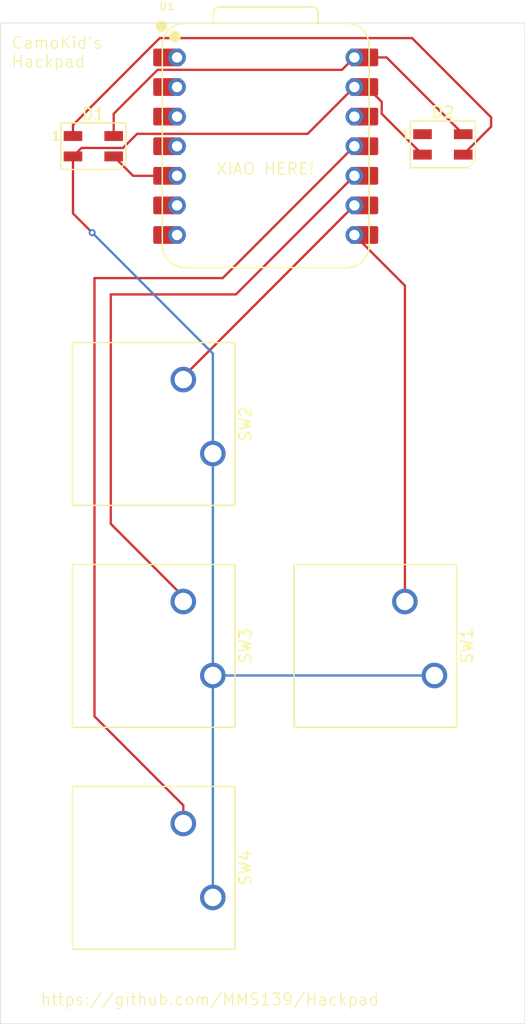
<source format=kicad_pcb>
(kicad_pcb (version 20241229) (generator "pcbnew") (generator_version "9.0")
  (layers (0 "F.Cu" signal) (2 "B.Cu" signal) (13 "F.Paste" user) (15 "B.Paste" user) (5 "F.SilkS" user "F.Silkscreen") (7 "B.SilkS" user "B.Silkscreen") (1 "F.Mask" user) (3 "B.Mask" user) (25 "Edge.Cuts" user))
  (net 0 "")
  (net 1 "GND")
  (net 2 "Net-(D1-DIN)")
  (net 3 "+5V")
  (net 4 "Net-(D1-DOUT)")
  (net 6 "Net-(U1-GPIO1{slash}RX)")
  (net 7 "Net-(U1-GPIO2{slash}SCK)")
  (net 8 "Net-(U1-GPIO4{slash}MISO)")
  (net 9 "Net-(U1-GPIO3{slash}MOSI)")
  (footprint "Button_Switch_Keyboard:SW_Cherry_MX_1.00u_PCB" (layer "F.Cu") (at 145.57375 114.45875 -90)
    (property "Reference" "SW2" (at -2.54 -2.794 90) (layer "F.SilkS"))
    (property "Value" "SW_Push")
    (fp_line (start -9.525 12.065) (end -9.525 -1.905) (stroke (width 0.12)) (layer "F.SilkS"))
    (fp_line (start 4.445 12.065) (end -9.525 12.065) (stroke (width 0.12)) (layer "F.SilkS"))
    (fp_line (start -9.525 -1.905) (end 4.445 -1.905) (stroke (width 0.12)) (layer "F.SilkS"))
    (fp_line (start 4.445 -1.905) (end 4.445 12.065) (stroke (width 0.12)) (layer "F.SilkS"))
    (pad "" np_thru_hole circle (at -7.62 5.08 270) (size 1.7 1.7) (drill 1.7) (layers "*.Cu" "*.Mask"))
    (pad "" np_thru_hole circle (at -2.54 5.08 270) (size 4 4) (drill 4) (layers "*.Cu" "*.Mask"))
    (pad "" np_thru_hole circle (at 2.54 5.08 270) (size 1.7 1.7) (drill 1.7) (layers "*.Cu" "*.Mask"))
    (pad "1" thru_hole circle (at 0 0 270) (size 2.2 2.2) (drill 1.5) (layers "*.Cu" "*.Mask") (net 1 "GND"))
    (pad "2" thru_hole circle (at -6.35 2.54 270) (size 2.2 2.2) (drill 1.5) (layers "*.Cu" "*.Mask") (net 7 "Net-(U1-GPIO2{slash}SCK)"))
  )
  (footprint "LED_SMD:LED_SK6812MINI_PLCC4_3.5x3.5mm_P1.75mm" (layer "F.Cu") (at 135.3 88.08)
    (property "Reference" "D1" (at 0 -2.75 0) (layer "F.SilkS"))
    (property "Value" "SK6812MINI")
    (fp_line (start -2.8 -2) (end -2.8 2) (stroke (width 0.12)) (layer "F.SilkS"))
    (fp_line (start -2.8 -2) (end 2.8 -2) (stroke (width 0.12)) (layer "F.SilkS"))
    (fp_line (start -2.8 2) (end 2.2 2) (stroke (width 0.12)) (layer "F.SilkS"))
    (fp_line (start 2.8 1.4) (end 2.2 2) (stroke (width 0.12)) (layer "F.SilkS"))
    (fp_line (start 2.8 1.4) (end 2.8 -2) (stroke (width 0.12)) (layer "F.SilkS"))
    (fp_text user "1" (at -3.2 -0.875 0) (layer "F.SilkS") (effects (font (size 0.8 0.8))))
    (pad "1" smd rect (at -1.75 -0.875) (size 1.6 0.85) (layers "F.Cu" "F.Mask" "F.Paste") (net 4 "Net-(D1-DOUT)"))
    (pad "2" smd rect (at -1.75 0.875) (size 1.6 0.85) (layers "F.Cu" "F.Mask" "F.Paste") (net 1 "GND"))
    (pad "3" smd rect (at 1.75 0.875) (size 1.6 0.85) (layers "F.Cu" "F.Mask" "F.Paste") (net 2 "Net-(D1-DIN)"))
    (pad "4" smd rect (at 1.75 -0.875) (size 1.6 0.85) (layers "F.Cu" "F.Mask" "F.Paste") (net 3 "+5V"))
  )
  (footprint "OPL:XIAO-RP2040-DIP" (layer "F.Cu") (at 150.12 88.08)
    (property "Reference" "U1" (at -8.5 -12 0) (layer "F.SilkS") (effects (font (size 0.635 0.635) (thickness 0.1016))))
    (property "Value" "XIAO-RP2040-DIP")
    (fp_line (start -8.89 8.509) (end -8.89 -8.636) (stroke (width 0.127)) (layer "F.SilkS"))
    (fp_line (start -6.985 10.414) (end 6.985 10.414) (stroke (width 0.127)) (layer "F.SilkS"))
    (fp_line (start -4.495 -10.541) (end -4.491272 -11.451272) (stroke (width 0.127)) (layer "F.SilkS"))
    (fp_line (start -3.991272 -11.951) (end 4.004 -11.951) (stroke (width 0.127)) (layer "F.SilkS"))
    (fp_line (start 4.504 -11.451) (end 4.504 -10.541) (stroke (width 0.127)) (layer "F.SilkS"))
    (fp_line (start 6.985 -10.541) (end -6.985 -10.541) (stroke (width 0.1)) (layer "F.SilkS"))
    (fp_line (start 6.985 -10.541) (end -6.985 -10.541) (stroke (width 0.127)) (layer "F.SilkS"))
    (fp_line (start 8.89 8.509) (end 8.89 -8.636) (stroke (width 0.127)) (layer "F.SilkS"))
    (fp_arc (start -8.89 -8.636) (mid -8.332038 -9.983038) (end -6.985 -10.541) (stroke (width 0.127)) (layer "F.SilkS"))
    (fp_arc (start -6.985 10.414) (mid -8.332038 9.856038) (end -8.89 8.509) (stroke (width 0.127)) (layer "F.SilkS"))
    (fp_arc (start -4.491272 -11.451272) (mid -4.344728 -11.80464) (end -3.991272 -11.951) (stroke (width 0.127)) (layer "F.SilkS"))
    (fp_arc (start 4.004 -11.951) (mid 4.357553 -11.804553) (end 4.504 -11.451) (stroke (width 0.127)) (layer "F.SilkS"))
    (fp_arc (start 6.985 -10.541) (mid 8.332038 -9.983038) (end 8.89 -8.636) (stroke (width 0.127)) (layer "F.SilkS"))
    (fp_arc (start 8.89 8.509) (mid 8.332038 9.856038) (end 6.985 10.414) (stroke (width 0.127)) (layer "F.SilkS"))
    (fp_circle (center -8.95 -10.3) (end -8.95 -10.554) (stroke (width 0.5)) (fill yes) (layer "F.SilkS"))
    (fp_circle (center -7.807 -9.42) (end -7.807 -9.674) (stroke (width 0.5)) (fill yes) (layer "F.SilkS"))
    (pad "1" smd roundrect (at -8.455 -7.62 180) (size 2.432 1.524) (layers "F.Cu" "F.Mask") (roundrect_rratio 0.1))
    (pad "1" thru_hole circle (at -7.62 -7.62 180) (size 1.524 1.524) (drill 0.889) (layers "*.Cu" "*.Mask"))
    (pad "2" smd roundrect (at -8.455 -5.08 180) (size 2.432 1.524) (layers "F.Cu" "F.Mask") (roundrect_rratio 0.1))
    (pad "2" thru_hole circle (at -7.62 -5.08 180) (size 1.524 1.524) (drill 0.889) (layers "*.Cu" "*.Mask"))
    (pad "3" smd roundrect (at -8.455 -2.54 180) (size 2.432 1.524) (layers "F.Cu" "F.Mask") (roundrect_rratio 0.1))
    (pad "3" thru_hole circle (at -7.62 -2.54 180) (size 1.524 1.524) (drill 0.889) (layers "*.Cu" "*.Mask"))
    (pad "4" smd roundrect (at -8.455 0 180) (size 2.432 1.524) (layers "F.Cu" "F.Mask") (roundrect_rratio 0.1))
    (pad "4" thru_hole circle (at -7.62 0 180) (size 1.524 1.524) (drill 0.889) (layers "*.Cu" "*.Mask"))
    (pad "5" smd roundrect (at -8.455 2.54 180) (size 2.432 1.524) (layers "F.Cu" "F.Mask") (roundrect_rratio 0.1) (net 2 "Net-(D1-DIN)"))
    (pad "5" thru_hole circle (at -7.62 2.54 180) (size 1.524 1.524) (drill 0.889) (layers "*.Cu" "*.Mask") (net 2 "Net-(D1-DIN)"))
    (pad "6" smd roundrect (at -8.455 5.08 180) (size 2.432 1.524) (layers "F.Cu" "F.Mask") (roundrect_rratio 0.1))
    (pad "6" thru_hole circle (at -7.62 5.08 180) (size 1.524 1.524) (drill 0.889) (layers "*.Cu" "*.Mask"))
    (pad "7" smd roundrect (at -8.455 7.62 180) (size 2.432 1.524) (layers "F.Cu" "F.Mask") (roundrect_rratio 0.1))
    (pad "7" thru_hole circle (at -7.62 7.62 180) (size 1.524 1.524) (drill 0.889) (layers "*.Cu" "*.Mask"))
    (pad "8" thru_hole circle (at 7.62 7.62) (size 1.524 1.524) (drill 0.889) (layers "*.Cu" "*.Mask") (net 6 "Net-(U1-GPIO1{slash}RX)"))
    (pad "8" smd roundrect (at 8.455 7.62) (size 2.432 1.524) (layers "F.Cu" "F.Mask") (roundrect_rratio 0.1) (net 6 "Net-(U1-GPIO1{slash}RX)"))
    (pad "9" thru_hole circle (at 7.62 5.08) (size 1.524 1.524) (drill 0.889) (layers "*.Cu" "*.Mask") (net 7 "Net-(U1-GPIO2{slash}SCK)"))
    (pad "9" smd roundrect (at 8.455 5.08) (size 2.432 1.524) (layers "F.Cu" "F.Mask") (roundrect_rratio 0.1) (net 7 "Net-(U1-GPIO2{slash}SCK)"))
    (pad "10" thru_hole circle (at 7.62 2.54) (size 1.524 1.524) (drill 0.889) (layers "*.Cu" "*.Mask") (net 8 "Net-(U1-GPIO4{slash}MISO)"))
    (pad "10" smd roundrect (at 8.455 2.54) (size 2.432 1.524) (layers "F.Cu" "F.Mask") (roundrect_rratio 0.1) (net 8 "Net-(U1-GPIO4{slash}MISO)"))
    (pad "11" thru_hole circle (at 7.62 0) (size 1.524 1.524) (drill 0.889) (layers "*.Cu" "*.Mask") (net 9 "Net-(U1-GPIO3{slash}MOSI)"))
    (pad "11" smd roundrect (at 8.455 0) (size 2.432 1.524) (layers "F.Cu" "F.Mask") (roundrect_rratio 0.1) (net 9 "Net-(U1-GPIO3{slash}MOSI)"))
    (pad "12" thru_hole circle (at 7.62 -2.54) (size 1.524 1.524) (drill 0.889) (layers "*.Cu" "*.Mask"))
    (pad "12" smd roundrect (at 8.455 -2.54) (size 2.432 1.524) (layers "F.Cu" "F.Mask") (roundrect_rratio 0.1))
    (pad "13" thru_hole circle (at 7.62 -5.08) (size 1.524 1.524) (drill 0.889) (layers "*.Cu" "*.Mask") (net 1 "GND"))
    (pad "13" smd roundrect (at 8.455 -5.08) (size 2.432 1.524) (layers "F.Cu" "F.Mask") (roundrect_rratio 0.1) (net 1 "GND"))
    (pad "14" thru_hole circle (at 7.62 -7.62) (size 1.524 1.524) (drill 0.889) (layers "*.Cu" "*.Mask") (net 3 "+5V"))
    (pad "14" smd roundrect (at 8.455 -7.62) (size 2.432 1.524) (layers "F.Cu" "F.Mask") (roundrect_rratio 0.1) (net 3 "+5V"))
  )
  (footprint "Button_Switch_Keyboard:SW_Cherry_MX_1.00u_PCB" (layer "F.Cu") (at 145.57375 152.55875 -90)
    (property "Reference" "SW4" (at -2.54 -2.794 90) (layer "F.SilkS"))
    (property "Value" "SW_Push")
    (fp_line (start -9.525 12.065) (end -9.525 -1.905) (stroke (width 0.12)) (layer "F.SilkS"))
    (fp_line (start 4.445 12.065) (end -9.525 12.065) (stroke (width 0.12)) (layer "F.SilkS"))
    (fp_line (start -9.525 -1.905) (end 4.445 -1.905) (stroke (width 0.12)) (layer "F.SilkS"))
    (fp_line (start 4.445 -1.905) (end 4.445 12.065) (stroke (width 0.12)) (layer "F.SilkS"))
    (pad "" np_thru_hole circle (at -7.62 5.08 270) (size 1.7 1.7) (drill 1.7) (layers "*.Cu" "*.Mask"))
    (pad "" np_thru_hole circle (at -2.54 5.08 270) (size 4 4) (drill 4) (layers "*.Cu" "*.Mask"))
    (pad "" np_thru_hole circle (at 2.54 5.08 270) (size 1.7 1.7) (drill 1.7) (layers "*.Cu" "*.Mask"))
    (pad "1" thru_hole circle (at 0 0 270) (size 2.2 2.2) (drill 1.5) (layers "*.Cu" "*.Mask") (net 1 "GND"))
    (pad "2" thru_hole circle (at -6.35 2.54 270) (size 2.2 2.2) (drill 1.5) (layers "*.Cu" "*.Mask") (net 9 "Net-(U1-GPIO3{slash}MOSI)"))
  )
  (footprint "Button_Switch_Keyboard:SW_Cherry_MX_1.00u_PCB" (layer "F.Cu") (at 164.62375 133.50875 -90)
    (property "Reference" "SW1" (at -2.54 -2.794 90) (layer "F.SilkS"))
    (property "Value" "SW_Push")
    (fp_line (start -9.525 12.065) (end -9.525 -1.905) (stroke (width 0.12)) (layer "F.SilkS"))
    (fp_line (start 4.445 12.065) (end -9.525 12.065) (stroke (width 0.12)) (layer "F.SilkS"))
    (fp_line (start -9.525 -1.905) (end 4.445 -1.905) (stroke (width 0.12)) (layer "F.SilkS"))
    (fp_line (start 4.445 -1.905) (end 4.445 12.065) (stroke (width 0.12)) (layer "F.SilkS"))
    (pad "" np_thru_hole circle (at -7.62 5.08 270) (size 1.7 1.7) (drill 1.7) (layers "*.Cu" "*.Mask"))
    (pad "" np_thru_hole circle (at -2.54 5.08 270) (size 4 4) (drill 4) (layers "*.Cu" "*.Mask"))
    (pad "" np_thru_hole circle (at 2.54 5.08 270) (size 1.7 1.7) (drill 1.7) (layers "*.Cu" "*.Mask"))
    (pad "1" thru_hole circle (at 0 0 270) (size 2.2 2.2) (drill 1.5) (layers "*.Cu" "*.Mask") (net 1 "GND"))
    (pad "2" thru_hole circle (at -6.35 2.54 270) (size 2.2 2.2) (drill 1.5) (layers "*.Cu" "*.Mask") (net 6 "Net-(U1-GPIO1{slash}RX)"))
  )
  (footprint "Button_Switch_Keyboard:SW_Cherry_MX_1.00u_PCB" (layer "F.Cu") (at 145.57375 133.50875 -90)
    (property "Reference" "SW3" (at -2.54 -2.794 90) (layer "F.SilkS"))
    (property "Value" "SW_Push")
    (fp_line (start -9.525 12.065) (end -9.525 -1.905) (stroke (width 0.12)) (layer "F.SilkS"))
    (fp_line (start 4.445 12.065) (end -9.525 12.065) (stroke (width 0.12)) (layer "F.SilkS"))
    (fp_line (start -9.525 -1.905) (end 4.445 -1.905) (stroke (width 0.12)) (layer "F.SilkS"))
    (fp_line (start 4.445 -1.905) (end 4.445 12.065) (stroke (width 0.12)) (layer "F.SilkS"))
    (pad "" np_thru_hole circle (at -7.62 5.08 270) (size 1.7 1.7) (drill 1.7) (layers "*.Cu" "*.Mask"))
    (pad "" np_thru_hole circle (at -2.54 5.08 270) (size 4 4) (drill 4) (layers "*.Cu" "*.Mask"))
    (pad "" np_thru_hole circle (at 2.54 5.08 270) (size 1.7 1.7) (drill 1.7) (layers "*.Cu" "*.Mask"))
    (pad "1" thru_hole circle (at 0 0 270) (size 2.2 2.2) (drill 1.5) (layers "*.Cu" "*.Mask") (net 1 "GND"))
    (pad "2" thru_hole circle (at -6.35 2.54 270) (size 2.2 2.2) (drill 1.5) (layers "*.Cu" "*.Mask") (net 8 "Net-(U1-GPIO4{slash}MISO)"))
  )
  (footprint "LED_SMD:LED_SK6812MINI_PLCC4_3.5x3.5mm_P1.75mm" (layer "F.Cu") (at 165.35 87.925)
    (property "Reference" "D2" (at 0 -2.75 0) (layer "F.SilkS"))
    (property "Value" "SK6812MINI")
    (fp_line (start -2.8 -2) (end -2.8 2) (stroke (width 0.12)) (layer "F.SilkS"))
    (fp_line (start -2.8 -2) (end 2.8 -2) (stroke (width 0.12)) (layer "F.SilkS"))
    (fp_line (start -2.8 2) (end 2.2 2) (stroke (width 0.12)) (layer "F.SilkS"))
    (fp_line (start 2.8 1.4) (end 2.2 2) (stroke (width 0.12)) (layer "F.SilkS"))
    (fp_line (start 2.8 1.4) (end 2.8 -2) (stroke (width 0.12)) (layer "F.SilkS"))
    (fp_text user "1" (at -3.2 -0.875 0) (layer "F.SilkS") (effects (font (size 0.8 0.8))))
    (pad "1" smd rect (at -1.75 -0.875) (size 1.6 0.85) (layers "F.Cu" "F.Mask" "F.Paste"))
    (pad "2" smd rect (at -1.75 0.875) (size 1.6 0.85) (layers "F.Cu" "F.Mask" "F.Paste") (net 1 "GND"))
    (pad "3" smd rect (at 1.75 0.875) (size 1.6 0.85) (layers "F.Cu" "F.Mask" "F.Paste") (net 4 "Net-(D1-DOUT)"))
    (pad "4" smd rect (at 1.75 -0.875) (size 1.6 0.85) (layers "F.Cu" "F.Mask" "F.Paste") (net 3 "+5V"))
  )
  (gr_rect (start 127.3 77.5) (end 172.4 163.4) (stroke (width 0.05)) (fill no) (layer "Edge.Cuts"))
  (gr_text "CamoKid's\nHackpad" (at 128.2 81.4 0) (layer "F.SilkS") (effects (font (size 1 1) (thickness 0.1)) (justify left bottom)))
  (gr_text "https://github.com/MMS139/Hackpad" (at 130.7 161.9 0) (layer "F.SilkS") (effects (font (size 1 1) (thickness 0.1)) (justify left bottom)))
  (gr_text "XIAO HERE!" (at 145.8 90.6 0) (layer "F.SilkS") (effects (font (size 1 1) (thickness 0.1)) (justify left bottom)))
  (segment (start 158.81763 83) (end 157.74 83) (width 0.2) (layer "F.Cu") (net 1))
  (segment (start 139.065 87.017) (end 137.853 88.229) (width 0.2) (layer "F.Cu") (net 1))
  (segment (start 157.74 83) (end 153.723 87.017) (width 0.2) (layer "F.Cu") (net 1))
  (segment (start 134.276 88.229) (end 133.55 88.955) (width 0.2) (layer "F.Cu") (net 1))
  (segment (start 133.55 93.85) (end 133.55 88.955) (width 0.2) (layer "F.Cu") (net 1))
  (segment (start 160.092 85.292) (end 160.092 84.27437) (width 0.2) (layer "F.Cu") (net 1))
  (segment (start 135.2 95.5) (end 133.55 93.85) (width 0.2) (layer "F.Cu") (net 1))
  (segment (start 163.6 88.8) (end 160.092 85.292) (width 0.2) (layer "F.Cu") (net 1))
  (segment (start 137.853 88.229) (end 134.276 88.229) (width 0.2) (layer "F.Cu") (net 1))
  (segment (start 153.723 87.017) (end 139.065 87.017) (width 0.2) (layer "F.Cu") (net 1))
  (segment (start 160.092 84.27437) (end 158.81763 83) (width 0.2) (layer "F.Cu") (net 1))
  (via (at 135.2 95.5) (size 0.6) (drill 0.3) (layers "F.Cu" "B.Cu") (net 1))
  (segment (start 145.57375 133.50875) (end 164.62375 133.50875) (width 0.2) (layer "B.Cu") (net 1))
  (segment (start 145.57375 133.50875) (end 145.57375 114.45875) (width 0.2) (layer "B.Cu") (net 1))
  (segment (start 145.57375 152.55875) (end 145.57375 133.50875) (width 0.2) (layer "B.Cu") (net 1))
  (segment (start 145.57375 105.87375) (end 135.2 95.5) (width 0.2) (layer "B.Cu") (net 1))
  (segment (start 145.57375 114.45875) (end 145.57375 105.87375) (width 0.2) (layer "B.Cu") (net 1))
  (segment (start 137.05 88.955) (end 138.715 90.62) (width 0.2) (layer "F.Cu") (net 2))
  (segment (start 138.715 90.62) (end 142.5 90.62) (width 0.2) (layer "F.Cu") (net 2))
  (segment (start 160.51 80.46) (end 157.74 80.46) (width 0.2) (layer "F.Cu") (net 3))
  (segment (start 137.05 85.296374) (end 140.823374 81.523) (width 0.2) (layer "F.Cu") (net 3))
  (segment (start 137.05 87.205) (end 137.05 85.296374) (width 0.2) (layer "F.Cu") (net 3))
  (segment (start 156.677 81.523) (end 157.74 80.46) (width 0.2) (layer "F.Cu") (net 3))
  (segment (start 167.1 87.05) (end 160.51 80.46) (width 0.2) (layer "F.Cu") (net 3))
  (segment (start 140.823374 81.523) (end 156.677 81.523) (width 0.2) (layer "F.Cu") (net 3))
  (segment (start 162.7 78.8) (end 169.5 85.6) (width 0.2) (layer "F.Cu") (net 4))
  (segment (start 133.55 86.256374) (end 141.006374 78.8) (width 0.2) (layer "F.Cu") (net 4))
  (segment (start 141.006374 78.8) (end 162.7 78.8) (width 0.2) (layer "F.Cu") (net 4))
  (segment (start 169.5 85.6) (end 169.5 86.4) (width 0.2) (layer "F.Cu") (net 4))
  (segment (start 169.5 86.4) (end 167.1 88.8) (width 0.2) (layer "F.Cu") (net 4))
  (segment (start 133.55 87.205) (end 133.55 86.256374) (width 0.2) (layer "F.Cu") (net 4))
  (segment (start 162.08375 127.15875) (end 162.08375 100.04375) (width 0.2) (layer "F.Cu") (net 6))
  (segment (start 162.08375 100.04375) (end 157.74 95.7) (width 0.2) (layer "F.Cu") (net 6))
  (segment (start 143.03375 107.86625) (end 143.03375 108.10875) (width 0.2) (layer "F.Cu") (net 7))
  (segment (start 157.74 93.16) (end 143.03375 107.86625) (width 0.2) (layer "F.Cu") (net 7))
  (segment (start 147.56 100.8) (end 136.8 100.8) (width 0.2) (layer "F.Cu") (net 8))
  (segment (start 157.74 90.62) (end 147.56 100.8) (width 0.2) (layer "F.Cu") (net 8))
  (segment (start 143.03375 126.73028) (end 143.03375 127.15875) (width 0.2) (layer "F.Cu") (net 8))
  (segment (start 136.8 120.49653) (end 143.03375 126.73028) (width 0.2) (layer "F.Cu") (net 8))
  (segment (start 136.8 100.8) (end 136.8 120.49653) (width 0.2) (layer "F.Cu") (net 8))
  (segment (start 135.4 99.4) (end 135.4 137.019366) (width 0.2) (layer "F.Cu") (net 9))
  (segment (start 157.74 88.08) (end 146.42 99.4) (width 0.2) (layer "F.Cu") (net 9))
  (segment (start 146.42 99.4) (end 135.4 99.4) (width 0.2) (layer "F.Cu") (net 9))
  (segment (start 135.4 137.019366) (end 143.03375 144.653116) (width 0.2) (layer "F.Cu") (net 9))
  (segment (start 143.03375 144.653116) (end 143.03375 146.20875) (width 0.2) (layer "F.Cu") (net 9))
)
</source>
